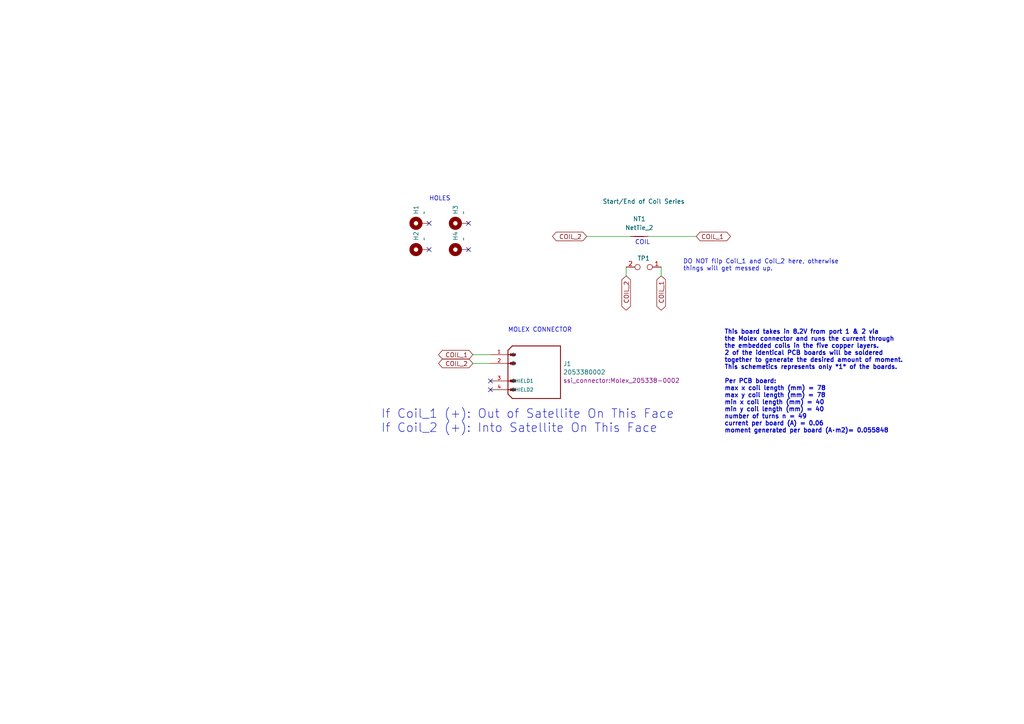
<source format=kicad_sch>
(kicad_sch (version 20250114) (generator "eeschema") (generator_version "9.0")
  (paper "A4")
  (title_block (title "Magneton") (date "2025-03-21") (rev "1.1") (comment 1 "Designed by: Eric Liu") (comment 2 "Retrofitted by: River Dowdy"))
  (lib_symbols
    (symbol "Device:NetTie_2" (pin_numbers (hide yes)) (pin_names (offset 0) (hide yes)) (in_bom no)
      (property "Reference" "NT" (at 0 1.27 0))
      (property "Value" "NetTie_2" (at 0 -1.27 0))
      (symbol "NetTie_2_0_1"
        (polyline (pts (xy -1.27 0) (xy 1.27 0)) (stroke (width 0.254)))
      )
      (symbol "NetTie_2_1_1"
        (pin passive line (at -2.54 0 0) (length 2.54) (name "1") (number "1"))
        (pin passive line (at 2.54 0 180) (length 2.54) (name "2") (number "2"))
      )
    )
    (symbol "Mechanical:MountingHole_Pad" (pin_numbers (hide yes)) (pin_names (offset 1.016) (hide yes))
      (property "Reference" "H" (at 0 6.35 0))
      (property "Value" "MountingHole_Pad" (at 0 4.445 0))
      (symbol "MountingHole_Pad_0_1"
        (circle (center 0 1.27) (radius 1.27) (stroke (width 1.27)))
      )
      (symbol "MountingHole_Pad_1_1"
        (pin input line (at 0 -2.54 90) (length 2.54) (name "1") (number "1"))
      )
    )
    (symbol "ssi_connector:205338-0002" (pin_names (offset 1.016))
      (property "Reference" "J*" (at 8.89 2.54 0))
      (property "Value" "205338-0002" (at 8.89 0 0))
      (property "Footprint" "ssi_connector:Molex_205338-0002" (at 8.89 -2.54 0))
      (symbol "205338-0002_0_0"
        (polyline (pts (xy -7.62 6.35) (xy -7.62 -6.35)) (stroke (width 0.254)))
        (polyline (pts (xy -7.62 6.35) (xy -6.35 7.62)) (stroke (width 0.254)))
        (polyline (pts (xy -7.62 5.08) (xy -5.715 5.08)) (stroke (width 0.254)))
        (polyline (pts (xy -7.62 2.54) (xy -5.715 2.54)) (stroke (width 0.254)))
        (polyline (pts (xy -7.62 -2.54) (xy -5.715 -2.54)) (stroke (width 0.254)))
        (polyline (pts (xy -7.62 -5.08) (xy -5.715 -5.08)) (stroke (width 0.254)))
        (polyline (pts (xy -7.62 -6.35) (xy -6.35 -7.62)) (stroke (width 0.254)))
        (rectangle (start -6.985 4.7625) (end -5.3975 5.3975) (stroke (width 0.1)) (fill (type outline)))
        (rectangle (start -6.985 2.2225) (end -5.3975 2.8575) (stroke (width 0.1)) (fill (type outline)))
        (rectangle (start -6.985 -2.8575) (end -5.3975 -2.2225) (stroke (width 0.1)) (fill (type outline)))
        (rectangle (start -6.985 -5.3975) (end -5.3975 -4.7625) (stroke (width 0.1)) (fill (type outline)))
        (polyline (pts (xy -6.35 -7.62) (xy 7.62 -7.62)) (stroke (width 0.254)))
        (polyline (pts (xy 7.62 7.62) (xy -6.35 7.62)) (stroke (width 0.254)))
        (polyline (pts (xy 7.62 -7.62) (xy 7.62 7.62)) (stroke (width 0.254)))
        (pin passive line (at -12.7 5.08 0) (length 5.08) (name "1") (number "1"))
        (pin passive line (at -12.7 2.54 0) (length 5.08) (name "2") (number "2"))
        (pin passive line (at -12.7 -2.54 0) (length 5.08) (name "SHIELD1") (number "3"))
        (pin passive line (at -12.7 -5.08 0) (length 5.08) (name "SHIELD2") (number "4"))
      )
    )
    (symbol "ssi_connector:TestPointConnection" (pin_names (offset 0.762) (hide yes))
      (property "Reference" "TP" (at 0 1.524 0))
      (property "Value" "TestPointConnection" (at 0 -1.778 0))
      (symbol "TestPointConnection_0_1"
        (circle (center -1.778 0) (radius 0.762))
        (circle (center 1.778 0) (radius 0.762))
        (pin passive line (at -5.08 0 0) (length 2.54) (name "1") (number "1"))
        (pin passive line (at 5.08 0 180) (length 2.54) (name "2") (number "2"))
      )
    )
  )
  (text "If Coil_1 (+): Out of Satellite On This Face\nIf Coil_2 (+): Into Satellite On This Face" (at 110.49 125.73 0) (effects (font (size 2.54 2.54)) (justify left bottom)))
  (text "MOLEX CONNECTOR\n" (at 147.32 96.52 0) (effects (font (size 1.27 1.27)) (justify left bottom)))
  (text "This board takes in 8.2V from port 1 & 2 via \nthe Molex connector and runs the current through \nthe embedded coils in the five copper layers. \n2 of the identical PCB boards will be soldered \ntogether to generate the desired amount of moment. \nThis schemetics represents only *1* of the boards. \n\nPer PCB board: \nmax x coil length (mm) = 78\nmax y coil length (mm) = 78\nmin x coil length (mm) = 40\nmin y coil length (mm) = 40\nnumber of turns n = 49\ncurrent per board (A) = 0.06\nmoment generated per board (A⋅m2)= 0.055848" (at 210.058 125.73 0) (effects (font (size 1.27 1.27) (thickness 0.254) (bold yes)) (justify left bottom)))
  (text "COIL" (at 184.15 71.12 0) (effects (font (size 1.27 1.27)) (justify left bottom)))
  (text "DO NOT flip Coil_1 and Coil_2 here, otherwise\nthings will get messed up." (at 198.12 78.74 0) (effects (font (size 1.27 1.27)) (justify left bottom)))
  (text "HOLES" (at 124.46 58.42 0) (effects (font (size 1.27 1.27)) (justify left bottom)))
  (no_connect (at 135.89 64.77))
  (no_connect (at 124.46 64.77))
  (no_connect (at 135.89 72.39))
  (no_connect (at 142.24 113.03))
  (no_connect (at 142.24 110.49))
  (no_connect (at 124.46 72.39))
  (wire (pts (xy 191.77 80.01) (xy 191.77 77.47)))
  (wire (pts (xy 137.16 102.87) (xy 142.24 102.87)))
  (wire (pts (xy 201.93 68.58) (xy 187.96 68.58)))
  (wire (pts (xy 181.61 80.01) (xy 181.61 77.47)))
  (wire (pts (xy 170.18 68.58) (xy 182.88 68.58)))
  (wire (pts (xy 137.16 105.41) (xy 142.24 105.41)))
  (global_label "COIL_2" (shape bidirectional) (at 137.16 105.41 180) (property "Intersheetrefs" "${INTERSHEET_REFS}" (effects (hide yes))))
  (global_label "COIL_1" (shape bidirectional) (at 137.16 102.87 180) (property "Intersheetrefs" "${INTERSHEET_REFS}" (effects (hide yes))))
  (global_label "COIL_2" (shape bidirectional) (at 170.18 68.58 180) (property "Intersheetrefs" "${INTERSHEET_REFS}" (effects (hide yes))))
  (global_label "COIL_2" (shape bidirectional) (at 181.61 80.01 270) (property "Intersheetrefs" "${INTERSHEET_REFS}" (effects (hide yes))))
  (global_label "COIL_1" (shape bidirectional) (at 191.77 80.01 270) (property "Intersheetrefs" "${INTERSHEET_REFS}" (effects (hide yes))))
  (global_label "COIL_1" (shape bidirectional) (at 201.93 68.58 0) (property "Intersheetrefs" "${INTERSHEET_REFS}" (effects (hide yes))))
  (symbol (lib_id "Device:NetTie_2") (at 185.42 68.58 0) (unit 1) (in_bom no)
    (property "Reference" "NT1" (at 185.42 63.5 0))
    (property "Value" "NetTie_2" (at 185.42 66.04 0))
    (property "Footprint" "ssi_connector:NetTie-2_SMD_Pad0.18mm" (effects (hide yes)))
  )
  (symbol (lib_id "ssi_connector:TestPointConnection") (at 186.69 77.47 180) (unit 1) (in_bom no)
    (property "Reference" "TP1" (at 186.69 74.93 0))
    (property "Value" "Start/End of Coil Series" (at 186.69 58.42 0))
    (property "Footprint" "ssi_connector:TestPointConnection" (effects (hide yes)))
    (property "Description" "2-polar test point" (effects (hide yes)))
  )
  (symbol (lib_id "ssi_connector:205338-0002") (at 154.94 107.95 0) (unit 1)
    (property "Reference" "J1" (at 163.322 105.5257 0) (effects (justify left)))
    (property "Value" "2053380002" (at 163.322 107.95 0) (effects (justify left)))
    (property "Footprint" "ssi_connector:Molex_205338-0002" (at 163.322 110.3743 0) (effects (justify left)))
    (property "PARTREV" "B" (effects (hide yes)))
    (property "STANDARD" "Manufacturer Recommendations" (effects (hide yes)))
    (property "MAXIMUM_PACKAGE_HEIGHT" "2.6 mm" (effects (hide yes)))
    (property "MANUFACTURER" "Molex" (effects (hide yes)))
  )
  (symbol (lib_id "Mechanical:MountingHole_Pad") (at 133.35 64.77 90) (unit 1) (in_bom no)
    (property "Reference" "H3" (at 132.1054 62.23 0) (effects (justify left)))
    (property "Value" "~" (at 134.4168 62.23 0) (effects (justify left)))
    (property "Footprint" "MountingHole:MountingHole_2.2mm_M2_DIN965_Pad_TopBottom" (effects (hide yes)))
  )
  (symbol (lib_id "Mechanical:MountingHole_Pad") (at 121.92 72.39 90) (unit 1) (in_bom no)
    (property "Reference" "H2" (at 120.6754 69.85 0) (effects (justify left)))
    (property "Value" "~" (at 122.9868 69.85 0) (effects (justify left)))
    (property "Footprint" "MountingHole:MountingHole_2.2mm_M2_DIN965_Pad_TopBottom" (effects (hide yes)))
  )
  (symbol (lib_id "Mechanical:MountingHole_Pad") (at 121.92 64.77 90) (unit 1) (in_bom no)
    (property "Reference" "H1" (at 120.6754 62.23 0) (effects (justify left)))
    (property "Value" "~" (at 122.9868 62.23 0) (effects (justify left)))
    (property "Footprint" "MountingHole:MountingHole_2.2mm_M2_DIN965_Pad_TopBottom" (effects (hide yes)))
  )
  (symbol (lib_id "Mechanical:MountingHole_Pad") (at 133.35 72.39 90) (unit 1) (in_bom no)
    (property "Reference" "H4" (at 132.1054 69.85 0) (effects (justify left)))
    (property "Value" "~" (at 134.4168 69.85 0) (effects (justify left)))
    (property "Footprint" "MountingHole:MountingHole_2.2mm_M2_DIN965_Pad_TopBottom" (effects (hide yes)))
  )
)
</source>
